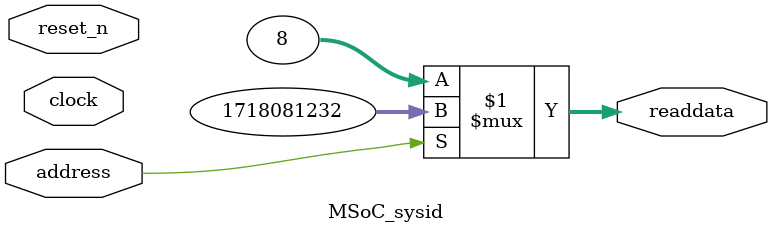
<source format=v>

`timescale 1ns / 1ps
// synthesis translate_on

// turn off superfluous verilog processor warnings 
// altera message_level Level1 
// altera message_off 10034 10035 10036 10037 10230 10240 10030 

module MSoC_sysid (
               // inputs:
                address,
                clock,
                reset_n,

               // outputs:
                readdata
             )
;

  output  [ 31: 0] readdata;
  input            address;
  input            clock;
  input            reset_n;

  wire    [ 31: 0] readdata;
  //control_slave, which is an e_avalon_slave
  assign readdata = address ? 1718081232 : 8;

endmodule




</source>
